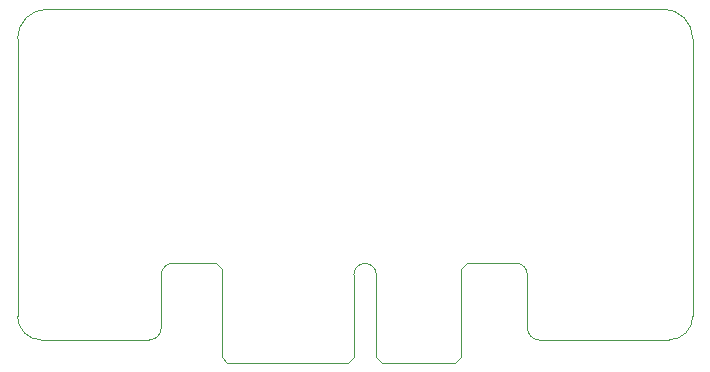
<source format=gbr>
%TF.GenerationSoftware,KiCad,Pcbnew,9.0.7*%
%TF.CreationDate,2026-02-28T14:03:02+01:00*%
%TF.ProjectId,PDNode-PDCard-4242,50444e6f-6465-42d5-9044-436172642d34,rev?*%
%TF.SameCoordinates,Original*%
%TF.FileFunction,Profile,NP*%
%FSLAX46Y46*%
G04 Gerber Fmt 4.6, Leading zero omitted, Abs format (unit mm)*
G04 Created by KiCad (PCBNEW 9.0.7) date 2026-02-28 14:03:02*
%MOMM*%
%LPD*%
G01*
G04 APERTURE LIST*
%TA.AperFunction,Profile*%
%ADD10C,0.100000*%
%TD*%
G04 APERTURE END LIST*
D10*
X38920098Y8420074D02*
G75*
G02*
X39924986Y7420086I4902J-999974D01*
G01*
X14025000Y7900000D02*
X13525000Y8400000D01*
X-1250000Y1925000D02*
X7925000Y1925000D01*
X27125000Y500000D02*
X27125000Y7450000D01*
X33825000Y0D02*
X27625000Y0D01*
X38920098Y8420074D02*
X34825000Y8400000D01*
X25225000Y7450000D02*
X25225000Y500000D01*
X8925000Y2925000D02*
G75*
G02*
X7925000Y1925000I-1000000J0D01*
G01*
X53925000Y3925000D02*
G75*
G02*
X51925000Y1925000I-2000000J0D01*
G01*
X-750000Y29925000D02*
X51425000Y29925000D01*
X34325000Y500000D02*
X34325000Y7900000D01*
X40925000Y1925000D02*
G75*
G02*
X39925000Y2925000I0J1000000D01*
G01*
X8925000Y7419550D02*
G75*
G02*
X9930435Y8419485I999900J50D01*
G01*
X34325000Y7900000D02*
X34825000Y8400000D01*
X-1250000Y1925000D02*
G75*
G02*
X-3250000Y3925000I0J2000000D01*
G01*
X25225000Y500000D02*
X24725000Y0D01*
X9930435Y8419536D02*
X13525000Y8400000D01*
X51425000Y29925000D02*
G75*
G02*
X53925000Y27425000I0J-2500000D01*
G01*
X-3250000Y3925000D02*
X-3250000Y27425000D01*
X53925000Y27425000D02*
X53925000Y3925000D01*
X24725000Y0D02*
X14525000Y0D01*
X51925000Y1925000D02*
X40925000Y1925000D01*
X25225000Y7450000D02*
G75*
G02*
X26175000Y8400000I950000J0D01*
G01*
X-3250000Y27425000D02*
G75*
G02*
X-750000Y29925000I2500000J0D01*
G01*
X8925000Y2925000D02*
X8925000Y7419550D01*
X34325000Y500000D02*
X33825000Y0D01*
X14525000Y0D02*
X14025000Y500000D01*
X27625000Y0D02*
X27125000Y500000D01*
X14025000Y500000D02*
X14025000Y7900000D01*
X26175000Y8400000D02*
G75*
G02*
X27125000Y7450000I0J-950000D01*
G01*
X39925000Y2925000D02*
X39925000Y7420086D01*
M02*

</source>
